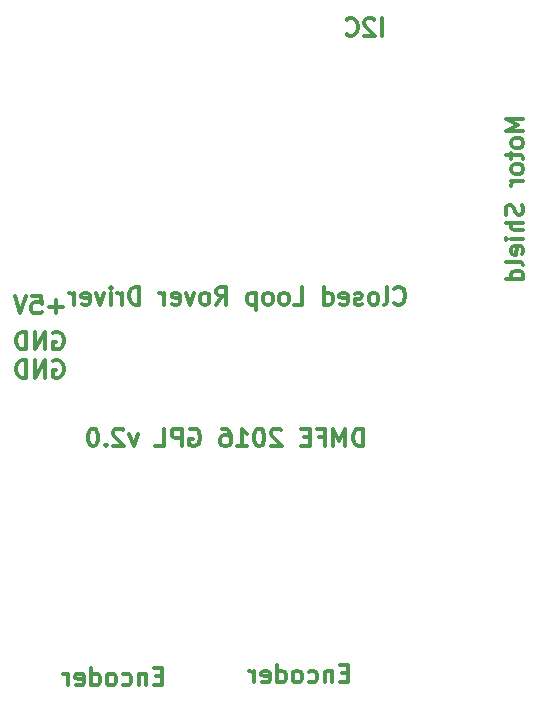
<source format=gbo>
G04 #@! TF.FileFunction,Legend,Bot*
%FSLAX45Y45*%
G04 Gerber Fmt 4.5, Leading zero omitted, Abs format (unit mm)*
G04 Created by KiCad (PCBNEW (2016-02-11 BZR 6551)-product) date Friday, February 12, 2016 'PMt' 09:14:11 PM*
%MOMM*%
G01*
G04 APERTURE LIST*
%ADD10C,0.100000*%
%ADD11C,0.300000*%
%ADD12R,2.032000X1.727200*%
%ADD13O,2.032000X1.727200*%
%ADD14R,1.727200X2.032000*%
%ADD15O,1.727200X2.032000*%
%ADD16C,1.524000*%
%ADD17R,2.032000X2.032000*%
%ADD18O,2.032000X2.032000*%
%ADD19O,2.300000X1.600000*%
G04 APERTURE END LIST*
D10*
D11*
X19339286Y-11280000D02*
X19353571Y-11272857D01*
X19375000Y-11272857D01*
X19396429Y-11280000D01*
X19410714Y-11294286D01*
X19417857Y-11308571D01*
X19425000Y-11337143D01*
X19425000Y-11358571D01*
X19417857Y-11387143D01*
X19410714Y-11401429D01*
X19396429Y-11415714D01*
X19375000Y-11422857D01*
X19360714Y-11422857D01*
X19339286Y-11415714D01*
X19332143Y-11408571D01*
X19332143Y-11358571D01*
X19360714Y-11358571D01*
X19267857Y-11422857D02*
X19267857Y-11272857D01*
X19182143Y-11422857D01*
X19182143Y-11272857D01*
X19110714Y-11422857D02*
X19110714Y-11272857D01*
X19075000Y-11272857D01*
X19053571Y-11280000D01*
X19039286Y-11294286D01*
X19032143Y-11308571D01*
X19025000Y-11337143D01*
X19025000Y-11358571D01*
X19032143Y-11387143D01*
X19039286Y-11401429D01*
X19053571Y-11415714D01*
X19075000Y-11422857D01*
X19110714Y-11422857D01*
X19339286Y-11520000D02*
X19353571Y-11512857D01*
X19375000Y-11512857D01*
X19396429Y-11520000D01*
X19410714Y-11534286D01*
X19417857Y-11548571D01*
X19425000Y-11577143D01*
X19425000Y-11598571D01*
X19417857Y-11627143D01*
X19410714Y-11641429D01*
X19396429Y-11655714D01*
X19375000Y-11662857D01*
X19360714Y-11662857D01*
X19339286Y-11655714D01*
X19332143Y-11648571D01*
X19332143Y-11598571D01*
X19360714Y-11598571D01*
X19267857Y-11662857D02*
X19267857Y-11512857D01*
X19182143Y-11662857D01*
X19182143Y-11512857D01*
X19110714Y-11662857D02*
X19110714Y-11512857D01*
X19075000Y-11512857D01*
X19053571Y-11520000D01*
X19039286Y-11534286D01*
X19032143Y-11548571D01*
X19025000Y-11577143D01*
X19025000Y-11598571D01*
X19032143Y-11627143D01*
X19039286Y-11641429D01*
X19053571Y-11655714D01*
X19075000Y-11662857D01*
X19110714Y-11662857D01*
X19417857Y-11060714D02*
X19303571Y-11060714D01*
X19360714Y-11117857D02*
X19360714Y-11003571D01*
X19160714Y-10967857D02*
X19232143Y-10967857D01*
X19239286Y-11039286D01*
X19232143Y-11032143D01*
X19217857Y-11025000D01*
X19182143Y-11025000D01*
X19167857Y-11032143D01*
X19160714Y-11039286D01*
X19153571Y-11053571D01*
X19153571Y-11089286D01*
X19160714Y-11103571D01*
X19167857Y-11110714D01*
X19182143Y-11117857D01*
X19217857Y-11117857D01*
X19232143Y-11110714D01*
X19239286Y-11103571D01*
X19110714Y-10967857D02*
X19060714Y-11117857D01*
X19010714Y-10967857D01*
X23317857Y-9471429D02*
X23167857Y-9471429D01*
X23275000Y-9521429D01*
X23167857Y-9571429D01*
X23317857Y-9571429D01*
X23317857Y-9664286D02*
X23310714Y-9650000D01*
X23303571Y-9642857D01*
X23289286Y-9635714D01*
X23246429Y-9635714D01*
X23232143Y-9642857D01*
X23225000Y-9650000D01*
X23217857Y-9664286D01*
X23217857Y-9685714D01*
X23225000Y-9700000D01*
X23232143Y-9707143D01*
X23246429Y-9714286D01*
X23289286Y-9714286D01*
X23303571Y-9707143D01*
X23310714Y-9700000D01*
X23317857Y-9685714D01*
X23317857Y-9664286D01*
X23217857Y-9757143D02*
X23217857Y-9814286D01*
X23167857Y-9778572D02*
X23296429Y-9778572D01*
X23310714Y-9785714D01*
X23317857Y-9800000D01*
X23317857Y-9814286D01*
X23317857Y-9885714D02*
X23310714Y-9871429D01*
X23303571Y-9864286D01*
X23289286Y-9857143D01*
X23246429Y-9857143D01*
X23232143Y-9864286D01*
X23225000Y-9871429D01*
X23217857Y-9885714D01*
X23217857Y-9907143D01*
X23225000Y-9921429D01*
X23232143Y-9928572D01*
X23246429Y-9935714D01*
X23289286Y-9935714D01*
X23303571Y-9928572D01*
X23310714Y-9921429D01*
X23317857Y-9907143D01*
X23317857Y-9885714D01*
X23317857Y-10000000D02*
X23217857Y-10000000D01*
X23246429Y-10000000D02*
X23232143Y-10007143D01*
X23225000Y-10014286D01*
X23217857Y-10028572D01*
X23217857Y-10042857D01*
X23310714Y-10200000D02*
X23317857Y-10221429D01*
X23317857Y-10257143D01*
X23310714Y-10271429D01*
X23303571Y-10278572D01*
X23289286Y-10285714D01*
X23275000Y-10285714D01*
X23260714Y-10278572D01*
X23253571Y-10271429D01*
X23246429Y-10257143D01*
X23239286Y-10228572D01*
X23232143Y-10214286D01*
X23225000Y-10207143D01*
X23210714Y-10200000D01*
X23196429Y-10200000D01*
X23182143Y-10207143D01*
X23175000Y-10214286D01*
X23167857Y-10228572D01*
X23167857Y-10264286D01*
X23175000Y-10285714D01*
X23317857Y-10350000D02*
X23167857Y-10350000D01*
X23317857Y-10414286D02*
X23239286Y-10414286D01*
X23225000Y-10407143D01*
X23217857Y-10392857D01*
X23217857Y-10371429D01*
X23225000Y-10357143D01*
X23232143Y-10350000D01*
X23317857Y-10485714D02*
X23217857Y-10485714D01*
X23167857Y-10485714D02*
X23175000Y-10478571D01*
X23182143Y-10485714D01*
X23175000Y-10492857D01*
X23167857Y-10485714D01*
X23182143Y-10485714D01*
X23310714Y-10614286D02*
X23317857Y-10600000D01*
X23317857Y-10571429D01*
X23310714Y-10557143D01*
X23296429Y-10550000D01*
X23239286Y-10550000D01*
X23225000Y-10557143D01*
X23217857Y-10571429D01*
X23217857Y-10600000D01*
X23225000Y-10614286D01*
X23239286Y-10621429D01*
X23253571Y-10621429D01*
X23267857Y-10550000D01*
X23317857Y-10707143D02*
X23310714Y-10692857D01*
X23296429Y-10685714D01*
X23167857Y-10685714D01*
X23317857Y-10828571D02*
X23167857Y-10828571D01*
X23310714Y-10828571D02*
X23317857Y-10814286D01*
X23317857Y-10785714D01*
X23310714Y-10771429D01*
X23303571Y-10764286D01*
X23289286Y-10757143D01*
X23246429Y-10757143D01*
X23232143Y-10764286D01*
X23225000Y-10771429D01*
X23217857Y-10785714D01*
X23217857Y-10814286D01*
X23225000Y-10828571D01*
X22121429Y-8767857D02*
X22121429Y-8617857D01*
X22057143Y-8632143D02*
X22050000Y-8625000D01*
X22035714Y-8617857D01*
X22000000Y-8617857D01*
X21985714Y-8625000D01*
X21978571Y-8632143D01*
X21971429Y-8646429D01*
X21971429Y-8660714D01*
X21978571Y-8682143D01*
X22064286Y-8767857D01*
X21971429Y-8767857D01*
X21821429Y-8753571D02*
X21828571Y-8760714D01*
X21850000Y-8767857D01*
X21864286Y-8767857D01*
X21885714Y-8760714D01*
X21900000Y-8746429D01*
X21907143Y-8732143D01*
X21914286Y-8703571D01*
X21914286Y-8682143D01*
X21907143Y-8653571D01*
X21900000Y-8639286D01*
X21885714Y-8625000D01*
X21864286Y-8617857D01*
X21850000Y-8617857D01*
X21828571Y-8625000D01*
X21821429Y-8632143D01*
X21835714Y-14164286D02*
X21785714Y-14164286D01*
X21764286Y-14242857D02*
X21835714Y-14242857D01*
X21835714Y-14092857D01*
X21764286Y-14092857D01*
X21700000Y-14142857D02*
X21700000Y-14242857D01*
X21700000Y-14157143D02*
X21692857Y-14150000D01*
X21678571Y-14142857D01*
X21657143Y-14142857D01*
X21642857Y-14150000D01*
X21635714Y-14164286D01*
X21635714Y-14242857D01*
X21500000Y-14235714D02*
X21514286Y-14242857D01*
X21542857Y-14242857D01*
X21557143Y-14235714D01*
X21564286Y-14228571D01*
X21571429Y-14214286D01*
X21571429Y-14171429D01*
X21564286Y-14157143D01*
X21557143Y-14150000D01*
X21542857Y-14142857D01*
X21514286Y-14142857D01*
X21500000Y-14150000D01*
X21414286Y-14242857D02*
X21428571Y-14235714D01*
X21435714Y-14228571D01*
X21442857Y-14214286D01*
X21442857Y-14171429D01*
X21435714Y-14157143D01*
X21428571Y-14150000D01*
X21414286Y-14142857D01*
X21392857Y-14142857D01*
X21378571Y-14150000D01*
X21371429Y-14157143D01*
X21364286Y-14171429D01*
X21364286Y-14214286D01*
X21371429Y-14228571D01*
X21378571Y-14235714D01*
X21392857Y-14242857D01*
X21414286Y-14242857D01*
X21235714Y-14242857D02*
X21235714Y-14092857D01*
X21235714Y-14235714D02*
X21250000Y-14242857D01*
X21278571Y-14242857D01*
X21292857Y-14235714D01*
X21300000Y-14228571D01*
X21307143Y-14214286D01*
X21307143Y-14171429D01*
X21300000Y-14157143D01*
X21292857Y-14150000D01*
X21278571Y-14142857D01*
X21250000Y-14142857D01*
X21235714Y-14150000D01*
X21107143Y-14235714D02*
X21121429Y-14242857D01*
X21150000Y-14242857D01*
X21164286Y-14235714D01*
X21171429Y-14221429D01*
X21171429Y-14164286D01*
X21164286Y-14150000D01*
X21150000Y-14142857D01*
X21121429Y-14142857D01*
X21107143Y-14150000D01*
X21100000Y-14164286D01*
X21100000Y-14178571D01*
X21171429Y-14192857D01*
X21035714Y-14242857D02*
X21035714Y-14142857D01*
X21035714Y-14171429D02*
X21028571Y-14157143D01*
X21021429Y-14150000D01*
X21007143Y-14142857D01*
X20992857Y-14142857D01*
X20260714Y-14189286D02*
X20210714Y-14189286D01*
X20189286Y-14267857D02*
X20260714Y-14267857D01*
X20260714Y-14117857D01*
X20189286Y-14117857D01*
X20125000Y-14167857D02*
X20125000Y-14267857D01*
X20125000Y-14182143D02*
X20117857Y-14175000D01*
X20103571Y-14167857D01*
X20082143Y-14167857D01*
X20067857Y-14175000D01*
X20060714Y-14189286D01*
X20060714Y-14267857D01*
X19925000Y-14260714D02*
X19939286Y-14267857D01*
X19967857Y-14267857D01*
X19982143Y-14260714D01*
X19989286Y-14253571D01*
X19996429Y-14239286D01*
X19996429Y-14196429D01*
X19989286Y-14182143D01*
X19982143Y-14175000D01*
X19967857Y-14167857D01*
X19939286Y-14167857D01*
X19925000Y-14175000D01*
X19839286Y-14267857D02*
X19853571Y-14260714D01*
X19860714Y-14253571D01*
X19867857Y-14239286D01*
X19867857Y-14196429D01*
X19860714Y-14182143D01*
X19853571Y-14175000D01*
X19839286Y-14167857D01*
X19817857Y-14167857D01*
X19803571Y-14175000D01*
X19796429Y-14182143D01*
X19789286Y-14196429D01*
X19789286Y-14239286D01*
X19796429Y-14253571D01*
X19803571Y-14260714D01*
X19817857Y-14267857D01*
X19839286Y-14267857D01*
X19660714Y-14267857D02*
X19660714Y-14117857D01*
X19660714Y-14260714D02*
X19675000Y-14267857D01*
X19703571Y-14267857D01*
X19717857Y-14260714D01*
X19725000Y-14253571D01*
X19732143Y-14239286D01*
X19732143Y-14196429D01*
X19725000Y-14182143D01*
X19717857Y-14175000D01*
X19703571Y-14167857D01*
X19675000Y-14167857D01*
X19660714Y-14175000D01*
X19532143Y-14260714D02*
X19546429Y-14267857D01*
X19575000Y-14267857D01*
X19589286Y-14260714D01*
X19596429Y-14246429D01*
X19596429Y-14189286D01*
X19589286Y-14175000D01*
X19575000Y-14167857D01*
X19546429Y-14167857D01*
X19532143Y-14175000D01*
X19525000Y-14189286D01*
X19525000Y-14203571D01*
X19596429Y-14217857D01*
X19460714Y-14267857D02*
X19460714Y-14167857D01*
X19460714Y-14196429D02*
X19453571Y-14182143D01*
X19446429Y-14175000D01*
X19432143Y-14167857D01*
X19417857Y-14167857D01*
X22225000Y-11028571D02*
X22232143Y-11035714D01*
X22253571Y-11042857D01*
X22267857Y-11042857D01*
X22289286Y-11035714D01*
X22303571Y-11021429D01*
X22310714Y-11007143D01*
X22317857Y-10978571D01*
X22317857Y-10957143D01*
X22310714Y-10928571D01*
X22303571Y-10914286D01*
X22289286Y-10900000D01*
X22267857Y-10892857D01*
X22253571Y-10892857D01*
X22232143Y-10900000D01*
X22225000Y-10907143D01*
X22139286Y-11042857D02*
X22153571Y-11035714D01*
X22160714Y-11021429D01*
X22160714Y-10892857D01*
X22060714Y-11042857D02*
X22075000Y-11035714D01*
X22082143Y-11028571D01*
X22089286Y-11014286D01*
X22089286Y-10971429D01*
X22082143Y-10957143D01*
X22075000Y-10950000D01*
X22060714Y-10942857D01*
X22039286Y-10942857D01*
X22025000Y-10950000D01*
X22017857Y-10957143D01*
X22010714Y-10971429D01*
X22010714Y-11014286D01*
X22017857Y-11028571D01*
X22025000Y-11035714D01*
X22039286Y-11042857D01*
X22060714Y-11042857D01*
X21953571Y-11035714D02*
X21939286Y-11042857D01*
X21910714Y-11042857D01*
X21896429Y-11035714D01*
X21889286Y-11021429D01*
X21889286Y-11014286D01*
X21896429Y-11000000D01*
X21910714Y-10992857D01*
X21932143Y-10992857D01*
X21946429Y-10985714D01*
X21953571Y-10971429D01*
X21953571Y-10964286D01*
X21946429Y-10950000D01*
X21932143Y-10942857D01*
X21910714Y-10942857D01*
X21896429Y-10950000D01*
X21767857Y-11035714D02*
X21782143Y-11042857D01*
X21810714Y-11042857D01*
X21825000Y-11035714D01*
X21832143Y-11021429D01*
X21832143Y-10964286D01*
X21825000Y-10950000D01*
X21810714Y-10942857D01*
X21782143Y-10942857D01*
X21767857Y-10950000D01*
X21760714Y-10964286D01*
X21760714Y-10978571D01*
X21832143Y-10992857D01*
X21632143Y-11042857D02*
X21632143Y-10892857D01*
X21632143Y-11035714D02*
X21646429Y-11042857D01*
X21675000Y-11042857D01*
X21689286Y-11035714D01*
X21696429Y-11028571D01*
X21703571Y-11014286D01*
X21703571Y-10971429D01*
X21696429Y-10957143D01*
X21689286Y-10950000D01*
X21675000Y-10942857D01*
X21646429Y-10942857D01*
X21632143Y-10950000D01*
X21375000Y-11042857D02*
X21446429Y-11042857D01*
X21446429Y-10892857D01*
X21303571Y-11042857D02*
X21317857Y-11035714D01*
X21325000Y-11028571D01*
X21332143Y-11014286D01*
X21332143Y-10971429D01*
X21325000Y-10957143D01*
X21317857Y-10950000D01*
X21303571Y-10942857D01*
X21282143Y-10942857D01*
X21267857Y-10950000D01*
X21260714Y-10957143D01*
X21253571Y-10971429D01*
X21253571Y-11014286D01*
X21260714Y-11028571D01*
X21267857Y-11035714D01*
X21282143Y-11042857D01*
X21303571Y-11042857D01*
X21167857Y-11042857D02*
X21182143Y-11035714D01*
X21189286Y-11028571D01*
X21196429Y-11014286D01*
X21196429Y-10971429D01*
X21189286Y-10957143D01*
X21182143Y-10950000D01*
X21167857Y-10942857D01*
X21146429Y-10942857D01*
X21132143Y-10950000D01*
X21125000Y-10957143D01*
X21117857Y-10971429D01*
X21117857Y-11014286D01*
X21125000Y-11028571D01*
X21132143Y-11035714D01*
X21146429Y-11042857D01*
X21167857Y-11042857D01*
X21053571Y-10942857D02*
X21053571Y-11092857D01*
X21053571Y-10950000D02*
X21039286Y-10942857D01*
X21010714Y-10942857D01*
X20996429Y-10950000D01*
X20989286Y-10957143D01*
X20982143Y-10971429D01*
X20982143Y-11014286D01*
X20989286Y-11028571D01*
X20996429Y-11035714D01*
X21010714Y-11042857D01*
X21039286Y-11042857D01*
X21053571Y-11035714D01*
X20717857Y-11042857D02*
X20767857Y-10971429D01*
X20803571Y-11042857D02*
X20803571Y-10892857D01*
X20746429Y-10892857D01*
X20732143Y-10900000D01*
X20725000Y-10907143D01*
X20717857Y-10921429D01*
X20717857Y-10942857D01*
X20725000Y-10957143D01*
X20732143Y-10964286D01*
X20746429Y-10971429D01*
X20803571Y-10971429D01*
X20632143Y-11042857D02*
X20646429Y-11035714D01*
X20653571Y-11028571D01*
X20660714Y-11014286D01*
X20660714Y-10971429D01*
X20653571Y-10957143D01*
X20646429Y-10950000D01*
X20632143Y-10942857D01*
X20610714Y-10942857D01*
X20596429Y-10950000D01*
X20589286Y-10957143D01*
X20582143Y-10971429D01*
X20582143Y-11014286D01*
X20589286Y-11028571D01*
X20596429Y-11035714D01*
X20610714Y-11042857D01*
X20632143Y-11042857D01*
X20532143Y-10942857D02*
X20496428Y-11042857D01*
X20460714Y-10942857D01*
X20346429Y-11035714D02*
X20360714Y-11042857D01*
X20389286Y-11042857D01*
X20403571Y-11035714D01*
X20410714Y-11021429D01*
X20410714Y-10964286D01*
X20403571Y-10950000D01*
X20389286Y-10942857D01*
X20360714Y-10942857D01*
X20346429Y-10950000D01*
X20339286Y-10964286D01*
X20339286Y-10978571D01*
X20410714Y-10992857D01*
X20275000Y-11042857D02*
X20275000Y-10942857D01*
X20275000Y-10971429D02*
X20267857Y-10957143D01*
X20260714Y-10950000D01*
X20246429Y-10942857D01*
X20232143Y-10942857D01*
X20067857Y-11042857D02*
X20067857Y-10892857D01*
X20032143Y-10892857D01*
X20010714Y-10900000D01*
X19996429Y-10914286D01*
X19989286Y-10928571D01*
X19982143Y-10957143D01*
X19982143Y-10978571D01*
X19989286Y-11007143D01*
X19996429Y-11021429D01*
X20010714Y-11035714D01*
X20032143Y-11042857D01*
X20067857Y-11042857D01*
X19917857Y-11042857D02*
X19917857Y-10942857D01*
X19917857Y-10971429D02*
X19910714Y-10957143D01*
X19903571Y-10950000D01*
X19889286Y-10942857D01*
X19875000Y-10942857D01*
X19825000Y-11042857D02*
X19825000Y-10942857D01*
X19825000Y-10892857D02*
X19832143Y-10900000D01*
X19825000Y-10907143D01*
X19817857Y-10900000D01*
X19825000Y-10892857D01*
X19825000Y-10907143D01*
X19767857Y-10942857D02*
X19732143Y-11042857D01*
X19696429Y-10942857D01*
X19582143Y-11035714D02*
X19596429Y-11042857D01*
X19625000Y-11042857D01*
X19639286Y-11035714D01*
X19646429Y-11021429D01*
X19646429Y-10964286D01*
X19639286Y-10950000D01*
X19625000Y-10942857D01*
X19596429Y-10942857D01*
X19582143Y-10950000D01*
X19575000Y-10964286D01*
X19575000Y-10978571D01*
X19646429Y-10992857D01*
X19510714Y-11042857D02*
X19510714Y-10942857D01*
X19510714Y-10971429D02*
X19503572Y-10957143D01*
X19496429Y-10950000D01*
X19482143Y-10942857D01*
X19467857Y-10942857D01*
X21960714Y-12242857D02*
X21960714Y-12092857D01*
X21925000Y-12092857D01*
X21903571Y-12100000D01*
X21889286Y-12114286D01*
X21882143Y-12128571D01*
X21875000Y-12157143D01*
X21875000Y-12178571D01*
X21882143Y-12207143D01*
X21889286Y-12221429D01*
X21903571Y-12235714D01*
X21925000Y-12242857D01*
X21960714Y-12242857D01*
X21810714Y-12242857D02*
X21810714Y-12092857D01*
X21760714Y-12200000D01*
X21710714Y-12092857D01*
X21710714Y-12242857D01*
X21589286Y-12164286D02*
X21639286Y-12164286D01*
X21639286Y-12242857D02*
X21639286Y-12092857D01*
X21567857Y-12092857D01*
X21510714Y-12164286D02*
X21460714Y-12164286D01*
X21439286Y-12242857D02*
X21510714Y-12242857D01*
X21510714Y-12092857D01*
X21439286Y-12092857D01*
X21267857Y-12107143D02*
X21260714Y-12100000D01*
X21246428Y-12092857D01*
X21210714Y-12092857D01*
X21196428Y-12100000D01*
X21189286Y-12107143D01*
X21182143Y-12121429D01*
X21182143Y-12135714D01*
X21189286Y-12157143D01*
X21275000Y-12242857D01*
X21182143Y-12242857D01*
X21089286Y-12092857D02*
X21075000Y-12092857D01*
X21060714Y-12100000D01*
X21053571Y-12107143D01*
X21046428Y-12121429D01*
X21039286Y-12150000D01*
X21039286Y-12185714D01*
X21046428Y-12214286D01*
X21053571Y-12228571D01*
X21060714Y-12235714D01*
X21075000Y-12242857D01*
X21089286Y-12242857D01*
X21103571Y-12235714D01*
X21110714Y-12228571D01*
X21117857Y-12214286D01*
X21125000Y-12185714D01*
X21125000Y-12150000D01*
X21117857Y-12121429D01*
X21110714Y-12107143D01*
X21103571Y-12100000D01*
X21089286Y-12092857D01*
X20896429Y-12242857D02*
X20982143Y-12242857D01*
X20939286Y-12242857D02*
X20939286Y-12092857D01*
X20953571Y-12114286D01*
X20967857Y-12128571D01*
X20982143Y-12135714D01*
X20767857Y-12092857D02*
X20796429Y-12092857D01*
X20810714Y-12100000D01*
X20817857Y-12107143D01*
X20832143Y-12128571D01*
X20839286Y-12157143D01*
X20839286Y-12214286D01*
X20832143Y-12228571D01*
X20825000Y-12235714D01*
X20810714Y-12242857D01*
X20782143Y-12242857D01*
X20767857Y-12235714D01*
X20760714Y-12228571D01*
X20753571Y-12214286D01*
X20753571Y-12178571D01*
X20760714Y-12164286D01*
X20767857Y-12157143D01*
X20782143Y-12150000D01*
X20810714Y-12150000D01*
X20825000Y-12157143D01*
X20832143Y-12164286D01*
X20839286Y-12178571D01*
X20496429Y-12100000D02*
X20510714Y-12092857D01*
X20532143Y-12092857D01*
X20553571Y-12100000D01*
X20567857Y-12114286D01*
X20575000Y-12128571D01*
X20582143Y-12157143D01*
X20582143Y-12178571D01*
X20575000Y-12207143D01*
X20567857Y-12221429D01*
X20553571Y-12235714D01*
X20532143Y-12242857D01*
X20517857Y-12242857D01*
X20496429Y-12235714D01*
X20489286Y-12228571D01*
X20489286Y-12178571D01*
X20517857Y-12178571D01*
X20425000Y-12242857D02*
X20425000Y-12092857D01*
X20367857Y-12092857D01*
X20353571Y-12100000D01*
X20346429Y-12107143D01*
X20339286Y-12121429D01*
X20339286Y-12142857D01*
X20346429Y-12157143D01*
X20353571Y-12164286D01*
X20367857Y-12171429D01*
X20425000Y-12171429D01*
X20203571Y-12242857D02*
X20275000Y-12242857D01*
X20275000Y-12092857D01*
X20053571Y-12142857D02*
X20017857Y-12242857D01*
X19982143Y-12142857D01*
X19932143Y-12107143D02*
X19925000Y-12100000D01*
X19910714Y-12092857D01*
X19875000Y-12092857D01*
X19860714Y-12100000D01*
X19853571Y-12107143D01*
X19846429Y-12121429D01*
X19846429Y-12135714D01*
X19853571Y-12157143D01*
X19939286Y-12242857D01*
X19846429Y-12242857D01*
X19782143Y-12228571D02*
X19775000Y-12235714D01*
X19782143Y-12242857D01*
X19789286Y-12235714D01*
X19782143Y-12228571D01*
X19782143Y-12242857D01*
X19682143Y-12092857D02*
X19667857Y-12092857D01*
X19653572Y-12100000D01*
X19646429Y-12107143D01*
X19639286Y-12121429D01*
X19632143Y-12150000D01*
X19632143Y-12185714D01*
X19639286Y-12214286D01*
X19646429Y-12228571D01*
X19653572Y-12235714D01*
X19667857Y-12242857D01*
X19682143Y-12242857D01*
X19696429Y-12235714D01*
X19703572Y-12228571D01*
X19710714Y-12214286D01*
X19717857Y-12185714D01*
X19717857Y-12150000D01*
X19710714Y-12121429D01*
X19703572Y-12107143D01*
X19696429Y-12100000D01*
X19682143Y-12092857D01*
%LPC*%
D12*
X18796000Y-13589000D03*
D13*
X18796000Y-13335000D03*
X18796000Y-13081000D03*
X18796000Y-12827000D03*
X18796000Y-12573000D03*
X18796000Y-12319000D03*
D12*
X23622000Y-11430000D03*
D13*
X23622000Y-11176000D03*
X23622000Y-10922000D03*
X23622000Y-10668000D03*
X23622000Y-10414000D03*
X23622000Y-10160000D03*
X23622000Y-9906000D03*
X23622000Y-9652000D03*
X23622000Y-9398000D03*
X23622000Y-9144000D03*
D12*
X23622000Y-13589000D03*
D13*
X23622000Y-13335000D03*
X23622000Y-13081000D03*
X23622000Y-12827000D03*
X23622000Y-12573000D03*
X23622000Y-12319000D03*
X23622000Y-12065000D03*
X23622000Y-11811000D03*
D14*
X19367500Y-13906500D03*
D15*
X19621500Y-13906500D03*
X19875500Y-13906500D03*
X20129500Y-13906500D03*
X20383500Y-13906500D03*
D14*
X20955000Y-13906500D03*
D15*
X21209000Y-13906500D03*
X21463000Y-13906500D03*
X21717000Y-13906500D03*
X21971000Y-13906500D03*
D14*
X21717000Y-8382000D03*
D15*
X21971000Y-8382000D03*
X22225000Y-8382000D03*
D12*
X18796000Y-10033000D03*
D13*
X18796000Y-10287000D03*
X18796000Y-10541000D03*
X18796000Y-10795000D03*
X18796000Y-11049000D03*
X18796000Y-11303000D03*
X18796000Y-11557000D03*
X18796000Y-11811000D03*
D16*
X19431000Y-9017000D03*
X19431000Y-9271000D03*
X19431000Y-8763000D03*
X20510500Y-9017000D03*
X20510500Y-9271000D03*
X20510500Y-8763000D03*
X19367500Y-12700000D03*
X19367500Y-12446000D03*
X19367500Y-12954000D03*
X21272500Y-12700000D03*
X21272500Y-12446000D03*
X21272500Y-12954000D03*
X19494500Y-10223500D03*
X19494500Y-9969500D03*
X19494500Y-10477500D03*
X21971000Y-10223500D03*
X21971000Y-9969500D03*
X21971000Y-10477500D03*
D17*
X19812000Y-8382000D03*
D18*
X20066000Y-8382000D03*
D17*
X20828000Y-8382000D03*
D18*
X21082000Y-8382000D03*
D19*
X22352000Y-11557000D03*
X22352000Y-11811000D03*
X22352000Y-12065000D03*
X22352000Y-12319000D03*
X22352000Y-12573000D03*
X22352000Y-12827000D03*
X22352000Y-13081000D03*
X22352000Y-13335000D03*
X22352000Y-13589000D03*
X23114000Y-13589000D03*
X23114000Y-13335000D03*
X23114000Y-13081000D03*
X23114000Y-12827000D03*
X23114000Y-12573000D03*
X23114000Y-12319000D03*
X23114000Y-12065000D03*
X23114000Y-11811000D03*
X23114000Y-11557000D03*
M02*

</source>
